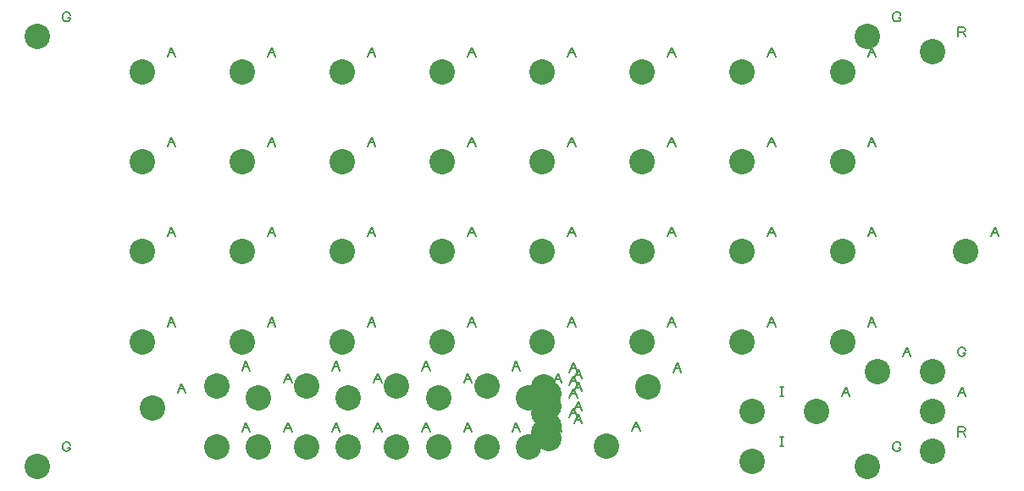
<source format=gbr>
G04 DesignSpark PCB Gerber Version 10.0 Build 5299*
G04 #@! TF.Part,Single*
G04 #@! TF.FileFunction,Drillmap*
G04 #@! TF.FilePolarity,Positive*
%FSLAX35Y35*%
%MOMM*%
%ADD70C,0.12700*%
G04 #@! TA.AperFunction,ViaPad*
%ADD19C,2.54000*%
G04 #@! TD.AperFunction*
X0Y0D02*
D02*
D19*
X829050Y769300D03*
Y5069300D03*
X1879050Y2019300D03*
Y2919300D03*
Y3819300D03*
Y4719300D03*
X1979000Y1357000D03*
X2624000Y968000D03*
Y1579000D03*
X2879050Y2019300D03*
Y2919300D03*
Y3819300D03*
Y4719300D03*
X3042000Y965000D03*
Y1456000D03*
X3524000Y968000D03*
Y1579000D03*
X3879050Y2019300D03*
Y2919300D03*
Y3819300D03*
Y4719300D03*
X3942000Y965000D03*
Y1456000D03*
X4424000Y968000D03*
Y1579000D03*
X4842000Y965000D03*
Y1456000D03*
X4879050Y2019300D03*
Y2919300D03*
Y3819300D03*
Y4719300D03*
X5324000Y968000D03*
Y1579000D03*
X5742000Y965000D03*
X5742050Y1456300D03*
X5879050Y2019300D03*
Y2919300D03*
Y3819300D03*
Y4719300D03*
X5895000Y1111500D03*
Y1307000D03*
Y1434000D03*
Y1563000D03*
X5945000Y1048000D03*
Y1175000D03*
Y1370500D03*
Y1497500D03*
X6522000Y977000D03*
X6879050Y2019300D03*
Y2919300D03*
Y3819300D03*
Y4719300D03*
X6934000Y1564000D03*
X7879050Y2019300D03*
Y2919300D03*
Y3819300D03*
Y4719300D03*
X7978550Y1324700D03*
X7979000Y825000D03*
X8619050Y1319300D03*
X8879050Y2019300D03*
Y2919300D03*
Y3819300D03*
Y4719300D03*
X9129050Y769300D03*
Y5069300D03*
X9229000Y1719300D03*
X9779000Y1719000D03*
X9779050Y919300D03*
Y1319300D03*
Y4919300D03*
X10109050Y2919300D03*
D02*
D70*
X1138610Y959800D02*
X1162430D01*
Y951860D01*
X1154490Y935990D01*
X1146550Y928050D01*
X1130680Y920110D01*
X1114800D01*
X1098930Y928050D01*
X1090990Y935990D01*
X1083050Y951860D01*
Y983610D01*
X1090990Y999490D01*
X1098930Y1007430D01*
X1114800Y1015360D01*
X1130680D01*
X1146550Y1007430D01*
X1154490Y999490D01*
X1162430Y983610D01*
X1138610Y5259800D02*
X1162430D01*
Y5251860D01*
X1154490Y5235990D01*
X1146550Y5228050D01*
X1130680Y5220110D01*
X1114800D01*
X1098930Y5228050D01*
X1090990Y5235990D01*
X1083050Y5251860D01*
Y5283610D01*
X1090990Y5299490D01*
X1098930Y5307430D01*
X1114800Y5315360D01*
X1130680D01*
X1146550Y5307430D01*
X1154490Y5299490D01*
X1162430Y5283610D01*
X2133050Y2170110D02*
X2172740Y2265360D01*
X2212430Y2170110D01*
X2148930Y2209800D02*
X2196550D01*
X2133050Y3070110D02*
X2172740Y3165360D01*
X2212430Y3070110D01*
X2148930Y3109800D02*
X2196550D01*
X2133050Y3970110D02*
X2172740Y4065360D01*
X2212430Y3970110D01*
X2148930Y4009800D02*
X2196550D01*
X2133050Y4870110D02*
X2172740Y4965360D01*
X2212430Y4870110D01*
X2148930Y4909800D02*
X2196550D01*
X2233000Y1507810D02*
X2272690Y1603060D01*
X2312380Y1507810D01*
X2248880Y1547500D02*
X2296500D01*
X2878000Y1118810D02*
X2917690Y1214060D01*
X2957380Y1118810D01*
X2893880Y1158500D02*
X2941500D01*
X2878000Y1729810D02*
X2917690Y1825060D01*
X2957380Y1729810D01*
X2893880Y1769500D02*
X2941500D01*
X3133050Y2170110D02*
X3172740Y2265360D01*
X3212430Y2170110D01*
X3148930Y2209800D02*
X3196550D01*
X3133050Y3070110D02*
X3172740Y3165360D01*
X3212430Y3070110D01*
X3148930Y3109800D02*
X3196550D01*
X3133050Y3970110D02*
X3172740Y4065360D01*
X3212430Y3970110D01*
X3148930Y4009800D02*
X3196550D01*
X3133050Y4870110D02*
X3172740Y4965360D01*
X3212430Y4870110D01*
X3148930Y4909800D02*
X3196550D01*
X3296000Y1115810D02*
X3335690Y1211060D01*
X3375380Y1115810D01*
X3311880Y1155500D02*
X3359500D01*
X3296000Y1606810D02*
X3335690Y1702060D01*
X3375380Y1606810D01*
X3311880Y1646500D02*
X3359500D01*
X3778000Y1118810D02*
X3817690Y1214060D01*
X3857380Y1118810D01*
X3793880Y1158500D02*
X3841500D01*
X3778000Y1729810D02*
X3817690Y1825060D01*
X3857380Y1729810D01*
X3793880Y1769500D02*
X3841500D01*
X4133050Y2170110D02*
X4172740Y2265360D01*
X4212430Y2170110D01*
X4148930Y2209800D02*
X4196550D01*
X4133050Y3070110D02*
X4172740Y3165360D01*
X4212430Y3070110D01*
X4148930Y3109800D02*
X4196550D01*
X4133050Y3970110D02*
X4172740Y4065360D01*
X4212430Y3970110D01*
X4148930Y4009800D02*
X4196550D01*
X4133050Y4870110D02*
X4172740Y4965360D01*
X4212430Y4870110D01*
X4148930Y4909800D02*
X4196550D01*
X4196000Y1115810D02*
X4235690Y1211060D01*
X4275380Y1115810D01*
X4211880Y1155500D02*
X4259500D01*
X4196000Y1606810D02*
X4235690Y1702060D01*
X4275380Y1606810D01*
X4211880Y1646500D02*
X4259500D01*
X4678000Y1118810D02*
X4717690Y1214060D01*
X4757380Y1118810D01*
X4693880Y1158500D02*
X4741500D01*
X4678000Y1729810D02*
X4717690Y1825060D01*
X4757380Y1729810D01*
X4693880Y1769500D02*
X4741500D01*
X5096000Y1115810D02*
X5135690Y1211060D01*
X5175380Y1115810D01*
X5111880Y1155500D02*
X5159500D01*
X5096000Y1606810D02*
X5135690Y1702060D01*
X5175380Y1606810D01*
X5111880Y1646500D02*
X5159500D01*
X5133050Y2170110D02*
X5172740Y2265360D01*
X5212430Y2170110D01*
X5148930Y2209800D02*
X5196550D01*
X5133050Y3070110D02*
X5172740Y3165360D01*
X5212430Y3070110D01*
X5148930Y3109800D02*
X5196550D01*
X5133050Y3970110D02*
X5172740Y4065360D01*
X5212430Y3970110D01*
X5148930Y4009800D02*
X5196550D01*
X5133050Y4870110D02*
X5172740Y4965360D01*
X5212430Y4870110D01*
X5148930Y4909800D02*
X5196550D01*
X5578000Y1118810D02*
X5617690Y1214060D01*
X5657380Y1118810D01*
X5593880Y1158500D02*
X5641500D01*
X5578000Y1729810D02*
X5617690Y1825060D01*
X5657380Y1729810D01*
X5593880Y1769500D02*
X5641500D01*
X5996000Y1115810D02*
X6035690Y1211060D01*
X6075380Y1115810D01*
X6011880Y1155500D02*
X6059500D01*
X5996050Y1607110D02*
X6035740Y1702360D01*
X6075430Y1607110D01*
X6011930Y1646800D02*
X6059550D01*
X6133050Y2170110D02*
X6172740Y2265360D01*
X6212430Y2170110D01*
X6148930Y2209800D02*
X6196550D01*
X6133050Y3070110D02*
X6172740Y3165360D01*
X6212430Y3070110D01*
X6148930Y3109800D02*
X6196550D01*
X6133050Y3970110D02*
X6172740Y4065360D01*
X6212430Y3970110D01*
X6148930Y4009800D02*
X6196550D01*
X6133050Y4870110D02*
X6172740Y4965360D01*
X6212430Y4870110D01*
X6148930Y4909800D02*
X6196550D01*
X6149000Y1262310D02*
X6188690Y1357560D01*
X6228380Y1262310D01*
X6164880Y1302000D02*
X6212500D01*
X6149000Y1457810D02*
X6188690Y1553060D01*
X6228380Y1457810D01*
X6164880Y1497500D02*
X6212500D01*
X6149000Y1584810D02*
X6188690Y1680060D01*
X6228380Y1584810D01*
X6164880Y1624500D02*
X6212500D01*
X6149000Y1713810D02*
X6188690Y1809060D01*
X6228380Y1713810D01*
X6164880Y1753500D02*
X6212500D01*
X6199000Y1198810D02*
X6238690Y1294060D01*
X6278380Y1198810D01*
X6214880Y1238500D02*
X6262500D01*
X6199000Y1325810D02*
X6238690Y1421060D01*
X6278380Y1325810D01*
X6214880Y1365500D02*
X6262500D01*
X6199000Y1521310D02*
X6238690Y1616560D01*
X6278380Y1521310D01*
X6214880Y1561000D02*
X6262500D01*
X6199000Y1648310D02*
X6238690Y1743560D01*
X6278380Y1648310D01*
X6214880Y1688000D02*
X6262500D01*
X6776000Y1127810D02*
X6815690Y1223060D01*
X6855380Y1127810D01*
X6791880Y1167500D02*
X6839500D01*
X7133050Y2170110D02*
X7172740Y2265360D01*
X7212430Y2170110D01*
X7148930Y2209800D02*
X7196550D01*
X7133050Y3070110D02*
X7172740Y3165360D01*
X7212430Y3070110D01*
X7148930Y3109800D02*
X7196550D01*
X7133050Y3970110D02*
X7172740Y4065360D01*
X7212430Y3970110D01*
X7148930Y4009800D02*
X7196550D01*
X7133050Y4870110D02*
X7172740Y4965360D01*
X7212430Y4870110D01*
X7148930Y4909800D02*
X7196550D01*
X7188000Y1714810D02*
X7227690Y1810060D01*
X7267380Y1714810D01*
X7203880Y1754500D02*
X7251500D01*
X8133050Y2170110D02*
X8172740Y2265360D01*
X8212430Y2170110D01*
X8148930Y2209800D02*
X8196550D01*
X8133050Y3070110D02*
X8172740Y3165360D01*
X8212430Y3070110D01*
X8148930Y3109800D02*
X8196550D01*
X8133050Y3970110D02*
X8172740Y4065360D01*
X8212430Y3970110D01*
X8148930Y4009800D02*
X8196550D01*
X8133050Y4870110D02*
X8172740Y4965360D01*
X8212430Y4870110D01*
X8148930Y4909800D02*
X8196550D01*
X8256360Y1475510D02*
X8288110D01*
X8272240D02*
Y1570760D01*
X8256360D02*
X8288110D01*
X8256810Y975810D02*
X8288560D01*
X8272690D02*
Y1071060D01*
X8256810D02*
X8288560D01*
X8873050Y1470110D02*
X8912740Y1565360D01*
X8952430Y1470110D01*
X8888930Y1509800D02*
X8936550D01*
X9133050Y2170110D02*
X9172740Y2265360D01*
X9212430Y2170110D01*
X9148930Y2209800D02*
X9196550D01*
X9133050Y3070110D02*
X9172740Y3165360D01*
X9212430Y3070110D01*
X9148930Y3109800D02*
X9196550D01*
X9133050Y3970110D02*
X9172740Y4065360D01*
X9212430Y3970110D01*
X9148930Y4009800D02*
X9196550D01*
X9133050Y4870110D02*
X9172740Y4965360D01*
X9212430Y4870110D01*
X9148930Y4909800D02*
X9196550D01*
X9438610Y959800D02*
X9462430D01*
Y951860D01*
X9454490Y935990D01*
X9446550Y928050D01*
X9430680Y920110D01*
X9414800D01*
X9398930Y928050D01*
X9390990Y935990D01*
X9383050Y951860D01*
Y983610D01*
X9390990Y999490D01*
X9398930Y1007430D01*
X9414800Y1015360D01*
X9430680D01*
X9446550Y1007430D01*
X9454490Y999490D01*
X9462430Y983610D01*
X9438610Y5259800D02*
X9462430D01*
Y5251860D01*
X9454490Y5235990D01*
X9446550Y5228050D01*
X9430680Y5220110D01*
X9414800D01*
X9398930Y5228050D01*
X9390990Y5235990D01*
X9383050Y5251860D01*
Y5283610D01*
X9390990Y5299490D01*
X9398930Y5307430D01*
X9414800Y5315360D01*
X9430680D01*
X9446550Y5307430D01*
X9454490Y5299490D01*
X9462430Y5283610D01*
X9483000Y1870110D02*
X9522690Y1965360D01*
X9562380Y1870110D01*
X9498880Y1909800D02*
X9546500D01*
X10088560Y1909500D02*
X10112380D01*
Y1901560D01*
X10104440Y1885690D01*
X10096500Y1877750D01*
X10080630Y1869810D01*
X10064750D01*
X10048880Y1877750D01*
X10040940Y1885690D01*
X10033000Y1901560D01*
Y1933310D01*
X10040940Y1949190D01*
X10048880Y1957130D01*
X10064750Y1965060D01*
X10080630D01*
X10096500Y1957130D01*
X10104440Y1949190D01*
X10112380Y1933310D01*
X10033050Y1070110D02*
Y1165360D01*
X10088610D01*
X10104490Y1157430D01*
X10112430Y1141550D01*
X10104490Y1125680D01*
X10088610Y1117740D01*
X10033050D01*
X10088610D02*
X10112430Y1070110D01*
X10033050Y1470110D02*
X10072740Y1565360D01*
X10112430Y1470110D01*
X10048930Y1509800D02*
X10096550D01*
X10033050Y5070110D02*
Y5165360D01*
X10088610D01*
X10104490Y5157430D01*
X10112430Y5141550D01*
X10104490Y5125680D01*
X10088610Y5117740D01*
X10033050D01*
X10088610D02*
X10112430Y5070110D01*
X10363050Y3070110D02*
X10402740Y3165360D01*
X10442430Y3070110D01*
X10378930Y3109800D02*
X10426550D01*
X0Y0D02*
M02*

</source>
